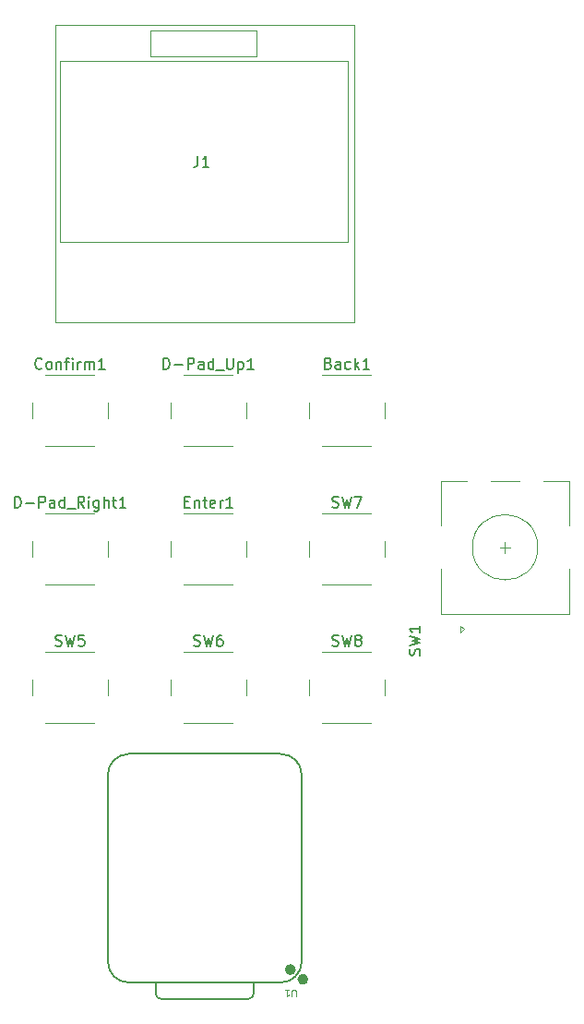
<source format=gbr>
%TF.GenerationSoftware,KiCad,Pcbnew,9.0.1*%
%TF.CreationDate,2025-06-15T22:50:49-06:00*%
%TF.ProjectId,AuraCTRL PCB,41757261-4354-4524-9c20-5043422e6b69,rev?*%
%TF.SameCoordinates,Original*%
%TF.FileFunction,Legend,Top*%
%TF.FilePolarity,Positive*%
%FSLAX46Y46*%
G04 Gerber Fmt 4.6, Leading zero omitted, Abs format (unit mm)*
G04 Created by KiCad (PCBNEW 9.0.1) date 2025-06-15 22:50:49*
%MOMM*%
%LPD*%
G01*
G04 APERTURE LIST*
%ADD10C,0.150000*%
%ADD11C,0.101600*%
%ADD12C,0.120000*%
%ADD13C,0.127000*%
%ADD14C,0.100000*%
%ADD15C,0.504000*%
G04 APERTURE END LIST*
D10*
X98079523Y-109981009D02*
X98222380Y-110028628D01*
X98222380Y-110028628D02*
X98269999Y-110076247D01*
X98269999Y-110076247D02*
X98317618Y-110171485D01*
X98317618Y-110171485D02*
X98317618Y-110314342D01*
X98317618Y-110314342D02*
X98269999Y-110409580D01*
X98269999Y-110409580D02*
X98222380Y-110457200D01*
X98222380Y-110457200D02*
X98127142Y-110504819D01*
X98127142Y-110504819D02*
X97746190Y-110504819D01*
X97746190Y-110504819D02*
X97746190Y-109504819D01*
X97746190Y-109504819D02*
X98079523Y-109504819D01*
X98079523Y-109504819D02*
X98174761Y-109552438D01*
X98174761Y-109552438D02*
X98222380Y-109600057D01*
X98222380Y-109600057D02*
X98269999Y-109695295D01*
X98269999Y-109695295D02*
X98269999Y-109790533D01*
X98269999Y-109790533D02*
X98222380Y-109885771D01*
X98222380Y-109885771D02*
X98174761Y-109933390D01*
X98174761Y-109933390D02*
X98079523Y-109981009D01*
X98079523Y-109981009D02*
X97746190Y-109981009D01*
X99174761Y-110504819D02*
X99174761Y-109981009D01*
X99174761Y-109981009D02*
X99127142Y-109885771D01*
X99127142Y-109885771D02*
X99031904Y-109838152D01*
X99031904Y-109838152D02*
X98841428Y-109838152D01*
X98841428Y-109838152D02*
X98746190Y-109885771D01*
X99174761Y-110457200D02*
X99079523Y-110504819D01*
X99079523Y-110504819D02*
X98841428Y-110504819D01*
X98841428Y-110504819D02*
X98746190Y-110457200D01*
X98746190Y-110457200D02*
X98698571Y-110361961D01*
X98698571Y-110361961D02*
X98698571Y-110266723D01*
X98698571Y-110266723D02*
X98746190Y-110171485D01*
X98746190Y-110171485D02*
X98841428Y-110123866D01*
X98841428Y-110123866D02*
X99079523Y-110123866D01*
X99079523Y-110123866D02*
X99174761Y-110076247D01*
X100079523Y-110457200D02*
X99984285Y-110504819D01*
X99984285Y-110504819D02*
X99793809Y-110504819D01*
X99793809Y-110504819D02*
X99698571Y-110457200D01*
X99698571Y-110457200D02*
X99650952Y-110409580D01*
X99650952Y-110409580D02*
X99603333Y-110314342D01*
X99603333Y-110314342D02*
X99603333Y-110028628D01*
X99603333Y-110028628D02*
X99650952Y-109933390D01*
X99650952Y-109933390D02*
X99698571Y-109885771D01*
X99698571Y-109885771D02*
X99793809Y-109838152D01*
X99793809Y-109838152D02*
X99984285Y-109838152D01*
X99984285Y-109838152D02*
X100079523Y-109885771D01*
X100508095Y-110504819D02*
X100508095Y-109504819D01*
X100603333Y-110123866D02*
X100889047Y-110504819D01*
X100889047Y-109838152D02*
X100508095Y-110219104D01*
X101841428Y-110504819D02*
X101270000Y-110504819D01*
X101555714Y-110504819D02*
X101555714Y-109504819D01*
X101555714Y-109504819D02*
X101460476Y-109647676D01*
X101460476Y-109647676D02*
X101365238Y-109742914D01*
X101365238Y-109742914D02*
X101270000Y-109790533D01*
X71798571Y-110409580D02*
X71750952Y-110457200D01*
X71750952Y-110457200D02*
X71608095Y-110504819D01*
X71608095Y-110504819D02*
X71512857Y-110504819D01*
X71512857Y-110504819D02*
X71370000Y-110457200D01*
X71370000Y-110457200D02*
X71274762Y-110361961D01*
X71274762Y-110361961D02*
X71227143Y-110266723D01*
X71227143Y-110266723D02*
X71179524Y-110076247D01*
X71179524Y-110076247D02*
X71179524Y-109933390D01*
X71179524Y-109933390D02*
X71227143Y-109742914D01*
X71227143Y-109742914D02*
X71274762Y-109647676D01*
X71274762Y-109647676D02*
X71370000Y-109552438D01*
X71370000Y-109552438D02*
X71512857Y-109504819D01*
X71512857Y-109504819D02*
X71608095Y-109504819D01*
X71608095Y-109504819D02*
X71750952Y-109552438D01*
X71750952Y-109552438D02*
X71798571Y-109600057D01*
X72370000Y-110504819D02*
X72274762Y-110457200D01*
X72274762Y-110457200D02*
X72227143Y-110409580D01*
X72227143Y-110409580D02*
X72179524Y-110314342D01*
X72179524Y-110314342D02*
X72179524Y-110028628D01*
X72179524Y-110028628D02*
X72227143Y-109933390D01*
X72227143Y-109933390D02*
X72274762Y-109885771D01*
X72274762Y-109885771D02*
X72370000Y-109838152D01*
X72370000Y-109838152D02*
X72512857Y-109838152D01*
X72512857Y-109838152D02*
X72608095Y-109885771D01*
X72608095Y-109885771D02*
X72655714Y-109933390D01*
X72655714Y-109933390D02*
X72703333Y-110028628D01*
X72703333Y-110028628D02*
X72703333Y-110314342D01*
X72703333Y-110314342D02*
X72655714Y-110409580D01*
X72655714Y-110409580D02*
X72608095Y-110457200D01*
X72608095Y-110457200D02*
X72512857Y-110504819D01*
X72512857Y-110504819D02*
X72370000Y-110504819D01*
X73131905Y-109838152D02*
X73131905Y-110504819D01*
X73131905Y-109933390D02*
X73179524Y-109885771D01*
X73179524Y-109885771D02*
X73274762Y-109838152D01*
X73274762Y-109838152D02*
X73417619Y-109838152D01*
X73417619Y-109838152D02*
X73512857Y-109885771D01*
X73512857Y-109885771D02*
X73560476Y-109981009D01*
X73560476Y-109981009D02*
X73560476Y-110504819D01*
X73893810Y-109838152D02*
X74274762Y-109838152D01*
X74036667Y-110504819D02*
X74036667Y-109647676D01*
X74036667Y-109647676D02*
X74084286Y-109552438D01*
X74084286Y-109552438D02*
X74179524Y-109504819D01*
X74179524Y-109504819D02*
X74274762Y-109504819D01*
X74608096Y-110504819D02*
X74608096Y-109838152D01*
X74608096Y-109504819D02*
X74560477Y-109552438D01*
X74560477Y-109552438D02*
X74608096Y-109600057D01*
X74608096Y-109600057D02*
X74655715Y-109552438D01*
X74655715Y-109552438D02*
X74608096Y-109504819D01*
X74608096Y-109504819D02*
X74608096Y-109600057D01*
X75084286Y-110504819D02*
X75084286Y-109838152D01*
X75084286Y-110028628D02*
X75131905Y-109933390D01*
X75131905Y-109933390D02*
X75179524Y-109885771D01*
X75179524Y-109885771D02*
X75274762Y-109838152D01*
X75274762Y-109838152D02*
X75370000Y-109838152D01*
X75703334Y-110504819D02*
X75703334Y-109838152D01*
X75703334Y-109933390D02*
X75750953Y-109885771D01*
X75750953Y-109885771D02*
X75846191Y-109838152D01*
X75846191Y-109838152D02*
X75989048Y-109838152D01*
X75989048Y-109838152D02*
X76084286Y-109885771D01*
X76084286Y-109885771D02*
X76131905Y-109981009D01*
X76131905Y-109981009D02*
X76131905Y-110504819D01*
X76131905Y-109981009D02*
X76179524Y-109885771D01*
X76179524Y-109885771D02*
X76274762Y-109838152D01*
X76274762Y-109838152D02*
X76417619Y-109838152D01*
X76417619Y-109838152D02*
X76512858Y-109885771D01*
X76512858Y-109885771D02*
X76560477Y-109981009D01*
X76560477Y-109981009D02*
X76560477Y-110504819D01*
X77560476Y-110504819D02*
X76989048Y-110504819D01*
X77274762Y-110504819D02*
X77274762Y-109504819D01*
X77274762Y-109504819D02*
X77179524Y-109647676D01*
X77179524Y-109647676D02*
X77084286Y-109742914D01*
X77084286Y-109742914D02*
X76989048Y-109790533D01*
X82950952Y-110504819D02*
X82950952Y-109504819D01*
X82950952Y-109504819D02*
X83189047Y-109504819D01*
X83189047Y-109504819D02*
X83331904Y-109552438D01*
X83331904Y-109552438D02*
X83427142Y-109647676D01*
X83427142Y-109647676D02*
X83474761Y-109742914D01*
X83474761Y-109742914D02*
X83522380Y-109933390D01*
X83522380Y-109933390D02*
X83522380Y-110076247D01*
X83522380Y-110076247D02*
X83474761Y-110266723D01*
X83474761Y-110266723D02*
X83427142Y-110361961D01*
X83427142Y-110361961D02*
X83331904Y-110457200D01*
X83331904Y-110457200D02*
X83189047Y-110504819D01*
X83189047Y-110504819D02*
X82950952Y-110504819D01*
X83950952Y-110123866D02*
X84712857Y-110123866D01*
X85189047Y-110504819D02*
X85189047Y-109504819D01*
X85189047Y-109504819D02*
X85569999Y-109504819D01*
X85569999Y-109504819D02*
X85665237Y-109552438D01*
X85665237Y-109552438D02*
X85712856Y-109600057D01*
X85712856Y-109600057D02*
X85760475Y-109695295D01*
X85760475Y-109695295D02*
X85760475Y-109838152D01*
X85760475Y-109838152D02*
X85712856Y-109933390D01*
X85712856Y-109933390D02*
X85665237Y-109981009D01*
X85665237Y-109981009D02*
X85569999Y-110028628D01*
X85569999Y-110028628D02*
X85189047Y-110028628D01*
X86617618Y-110504819D02*
X86617618Y-109981009D01*
X86617618Y-109981009D02*
X86569999Y-109885771D01*
X86569999Y-109885771D02*
X86474761Y-109838152D01*
X86474761Y-109838152D02*
X86284285Y-109838152D01*
X86284285Y-109838152D02*
X86189047Y-109885771D01*
X86617618Y-110457200D02*
X86522380Y-110504819D01*
X86522380Y-110504819D02*
X86284285Y-110504819D01*
X86284285Y-110504819D02*
X86189047Y-110457200D01*
X86189047Y-110457200D02*
X86141428Y-110361961D01*
X86141428Y-110361961D02*
X86141428Y-110266723D01*
X86141428Y-110266723D02*
X86189047Y-110171485D01*
X86189047Y-110171485D02*
X86284285Y-110123866D01*
X86284285Y-110123866D02*
X86522380Y-110123866D01*
X86522380Y-110123866D02*
X86617618Y-110076247D01*
X87522380Y-110504819D02*
X87522380Y-109504819D01*
X87522380Y-110457200D02*
X87427142Y-110504819D01*
X87427142Y-110504819D02*
X87236666Y-110504819D01*
X87236666Y-110504819D02*
X87141428Y-110457200D01*
X87141428Y-110457200D02*
X87093809Y-110409580D01*
X87093809Y-110409580D02*
X87046190Y-110314342D01*
X87046190Y-110314342D02*
X87046190Y-110028628D01*
X87046190Y-110028628D02*
X87093809Y-109933390D01*
X87093809Y-109933390D02*
X87141428Y-109885771D01*
X87141428Y-109885771D02*
X87236666Y-109838152D01*
X87236666Y-109838152D02*
X87427142Y-109838152D01*
X87427142Y-109838152D02*
X87522380Y-109885771D01*
X87760476Y-110600057D02*
X88522380Y-110600057D01*
X88760476Y-109504819D02*
X88760476Y-110314342D01*
X88760476Y-110314342D02*
X88808095Y-110409580D01*
X88808095Y-110409580D02*
X88855714Y-110457200D01*
X88855714Y-110457200D02*
X88950952Y-110504819D01*
X88950952Y-110504819D02*
X89141428Y-110504819D01*
X89141428Y-110504819D02*
X89236666Y-110457200D01*
X89236666Y-110457200D02*
X89284285Y-110409580D01*
X89284285Y-110409580D02*
X89331904Y-110314342D01*
X89331904Y-110314342D02*
X89331904Y-109504819D01*
X89808095Y-109838152D02*
X89808095Y-110838152D01*
X89808095Y-109885771D02*
X89903333Y-109838152D01*
X89903333Y-109838152D02*
X90093809Y-109838152D01*
X90093809Y-109838152D02*
X90189047Y-109885771D01*
X90189047Y-109885771D02*
X90236666Y-109933390D01*
X90236666Y-109933390D02*
X90284285Y-110028628D01*
X90284285Y-110028628D02*
X90284285Y-110314342D01*
X90284285Y-110314342D02*
X90236666Y-110409580D01*
X90236666Y-110409580D02*
X90189047Y-110457200D01*
X90189047Y-110457200D02*
X90093809Y-110504819D01*
X90093809Y-110504819D02*
X89903333Y-110504819D01*
X89903333Y-110504819D02*
X89808095Y-110457200D01*
X91236666Y-110504819D02*
X90665238Y-110504819D01*
X90950952Y-110504819D02*
X90950952Y-109504819D01*
X90950952Y-109504819D02*
X90855714Y-109647676D01*
X90855714Y-109647676D02*
X90760476Y-109742914D01*
X90760476Y-109742914D02*
X90665238Y-109790533D01*
X98436667Y-123157200D02*
X98579524Y-123204819D01*
X98579524Y-123204819D02*
X98817619Y-123204819D01*
X98817619Y-123204819D02*
X98912857Y-123157200D01*
X98912857Y-123157200D02*
X98960476Y-123109580D01*
X98960476Y-123109580D02*
X99008095Y-123014342D01*
X99008095Y-123014342D02*
X99008095Y-122919104D01*
X99008095Y-122919104D02*
X98960476Y-122823866D01*
X98960476Y-122823866D02*
X98912857Y-122776247D01*
X98912857Y-122776247D02*
X98817619Y-122728628D01*
X98817619Y-122728628D02*
X98627143Y-122681009D01*
X98627143Y-122681009D02*
X98531905Y-122633390D01*
X98531905Y-122633390D02*
X98484286Y-122585771D01*
X98484286Y-122585771D02*
X98436667Y-122490533D01*
X98436667Y-122490533D02*
X98436667Y-122395295D01*
X98436667Y-122395295D02*
X98484286Y-122300057D01*
X98484286Y-122300057D02*
X98531905Y-122252438D01*
X98531905Y-122252438D02*
X98627143Y-122204819D01*
X98627143Y-122204819D02*
X98865238Y-122204819D01*
X98865238Y-122204819D02*
X99008095Y-122252438D01*
X99341429Y-122204819D02*
X99579524Y-123204819D01*
X99579524Y-123204819D02*
X99770000Y-122490533D01*
X99770000Y-122490533D02*
X99960476Y-123204819D01*
X99960476Y-123204819D02*
X100198572Y-122204819D01*
X100484286Y-122204819D02*
X101150952Y-122204819D01*
X101150952Y-122204819D02*
X100722381Y-123204819D01*
X84903333Y-122681009D02*
X85236666Y-122681009D01*
X85379523Y-123204819D02*
X84903333Y-123204819D01*
X84903333Y-123204819D02*
X84903333Y-122204819D01*
X84903333Y-122204819D02*
X85379523Y-122204819D01*
X85808095Y-122538152D02*
X85808095Y-123204819D01*
X85808095Y-122633390D02*
X85855714Y-122585771D01*
X85855714Y-122585771D02*
X85950952Y-122538152D01*
X85950952Y-122538152D02*
X86093809Y-122538152D01*
X86093809Y-122538152D02*
X86189047Y-122585771D01*
X86189047Y-122585771D02*
X86236666Y-122681009D01*
X86236666Y-122681009D02*
X86236666Y-123204819D01*
X86570000Y-122538152D02*
X86950952Y-122538152D01*
X86712857Y-122204819D02*
X86712857Y-123061961D01*
X86712857Y-123061961D02*
X86760476Y-123157200D01*
X86760476Y-123157200D02*
X86855714Y-123204819D01*
X86855714Y-123204819D02*
X86950952Y-123204819D01*
X87665238Y-123157200D02*
X87570000Y-123204819D01*
X87570000Y-123204819D02*
X87379524Y-123204819D01*
X87379524Y-123204819D02*
X87284286Y-123157200D01*
X87284286Y-123157200D02*
X87236667Y-123061961D01*
X87236667Y-123061961D02*
X87236667Y-122681009D01*
X87236667Y-122681009D02*
X87284286Y-122585771D01*
X87284286Y-122585771D02*
X87379524Y-122538152D01*
X87379524Y-122538152D02*
X87570000Y-122538152D01*
X87570000Y-122538152D02*
X87665238Y-122585771D01*
X87665238Y-122585771D02*
X87712857Y-122681009D01*
X87712857Y-122681009D02*
X87712857Y-122776247D01*
X87712857Y-122776247D02*
X87236667Y-122871485D01*
X88141429Y-123204819D02*
X88141429Y-122538152D01*
X88141429Y-122728628D02*
X88189048Y-122633390D01*
X88189048Y-122633390D02*
X88236667Y-122585771D01*
X88236667Y-122585771D02*
X88331905Y-122538152D01*
X88331905Y-122538152D02*
X88427143Y-122538152D01*
X89284286Y-123204819D02*
X88712858Y-123204819D01*
X88998572Y-123204819D02*
X88998572Y-122204819D01*
X88998572Y-122204819D02*
X88903334Y-122347676D01*
X88903334Y-122347676D02*
X88808096Y-122442914D01*
X88808096Y-122442914D02*
X88712858Y-122490533D01*
X69298571Y-123204819D02*
X69298571Y-122204819D01*
X69298571Y-122204819D02*
X69536666Y-122204819D01*
X69536666Y-122204819D02*
X69679523Y-122252438D01*
X69679523Y-122252438D02*
X69774761Y-122347676D01*
X69774761Y-122347676D02*
X69822380Y-122442914D01*
X69822380Y-122442914D02*
X69869999Y-122633390D01*
X69869999Y-122633390D02*
X69869999Y-122776247D01*
X69869999Y-122776247D02*
X69822380Y-122966723D01*
X69822380Y-122966723D02*
X69774761Y-123061961D01*
X69774761Y-123061961D02*
X69679523Y-123157200D01*
X69679523Y-123157200D02*
X69536666Y-123204819D01*
X69536666Y-123204819D02*
X69298571Y-123204819D01*
X70298571Y-122823866D02*
X71060476Y-122823866D01*
X71536666Y-123204819D02*
X71536666Y-122204819D01*
X71536666Y-122204819D02*
X71917618Y-122204819D01*
X71917618Y-122204819D02*
X72012856Y-122252438D01*
X72012856Y-122252438D02*
X72060475Y-122300057D01*
X72060475Y-122300057D02*
X72108094Y-122395295D01*
X72108094Y-122395295D02*
X72108094Y-122538152D01*
X72108094Y-122538152D02*
X72060475Y-122633390D01*
X72060475Y-122633390D02*
X72012856Y-122681009D01*
X72012856Y-122681009D02*
X71917618Y-122728628D01*
X71917618Y-122728628D02*
X71536666Y-122728628D01*
X72965237Y-123204819D02*
X72965237Y-122681009D01*
X72965237Y-122681009D02*
X72917618Y-122585771D01*
X72917618Y-122585771D02*
X72822380Y-122538152D01*
X72822380Y-122538152D02*
X72631904Y-122538152D01*
X72631904Y-122538152D02*
X72536666Y-122585771D01*
X72965237Y-123157200D02*
X72869999Y-123204819D01*
X72869999Y-123204819D02*
X72631904Y-123204819D01*
X72631904Y-123204819D02*
X72536666Y-123157200D01*
X72536666Y-123157200D02*
X72489047Y-123061961D01*
X72489047Y-123061961D02*
X72489047Y-122966723D01*
X72489047Y-122966723D02*
X72536666Y-122871485D01*
X72536666Y-122871485D02*
X72631904Y-122823866D01*
X72631904Y-122823866D02*
X72869999Y-122823866D01*
X72869999Y-122823866D02*
X72965237Y-122776247D01*
X73869999Y-123204819D02*
X73869999Y-122204819D01*
X73869999Y-123157200D02*
X73774761Y-123204819D01*
X73774761Y-123204819D02*
X73584285Y-123204819D01*
X73584285Y-123204819D02*
X73489047Y-123157200D01*
X73489047Y-123157200D02*
X73441428Y-123109580D01*
X73441428Y-123109580D02*
X73393809Y-123014342D01*
X73393809Y-123014342D02*
X73393809Y-122728628D01*
X73393809Y-122728628D02*
X73441428Y-122633390D01*
X73441428Y-122633390D02*
X73489047Y-122585771D01*
X73489047Y-122585771D02*
X73584285Y-122538152D01*
X73584285Y-122538152D02*
X73774761Y-122538152D01*
X73774761Y-122538152D02*
X73869999Y-122585771D01*
X74108095Y-123300057D02*
X74869999Y-123300057D01*
X75679523Y-123204819D02*
X75346190Y-122728628D01*
X75108095Y-123204819D02*
X75108095Y-122204819D01*
X75108095Y-122204819D02*
X75489047Y-122204819D01*
X75489047Y-122204819D02*
X75584285Y-122252438D01*
X75584285Y-122252438D02*
X75631904Y-122300057D01*
X75631904Y-122300057D02*
X75679523Y-122395295D01*
X75679523Y-122395295D02*
X75679523Y-122538152D01*
X75679523Y-122538152D02*
X75631904Y-122633390D01*
X75631904Y-122633390D02*
X75584285Y-122681009D01*
X75584285Y-122681009D02*
X75489047Y-122728628D01*
X75489047Y-122728628D02*
X75108095Y-122728628D01*
X76108095Y-123204819D02*
X76108095Y-122538152D01*
X76108095Y-122204819D02*
X76060476Y-122252438D01*
X76060476Y-122252438D02*
X76108095Y-122300057D01*
X76108095Y-122300057D02*
X76155714Y-122252438D01*
X76155714Y-122252438D02*
X76108095Y-122204819D01*
X76108095Y-122204819D02*
X76108095Y-122300057D01*
X77012856Y-122538152D02*
X77012856Y-123347676D01*
X77012856Y-123347676D02*
X76965237Y-123442914D01*
X76965237Y-123442914D02*
X76917618Y-123490533D01*
X76917618Y-123490533D02*
X76822380Y-123538152D01*
X76822380Y-123538152D02*
X76679523Y-123538152D01*
X76679523Y-123538152D02*
X76584285Y-123490533D01*
X77012856Y-123157200D02*
X76917618Y-123204819D01*
X76917618Y-123204819D02*
X76727142Y-123204819D01*
X76727142Y-123204819D02*
X76631904Y-123157200D01*
X76631904Y-123157200D02*
X76584285Y-123109580D01*
X76584285Y-123109580D02*
X76536666Y-123014342D01*
X76536666Y-123014342D02*
X76536666Y-122728628D01*
X76536666Y-122728628D02*
X76584285Y-122633390D01*
X76584285Y-122633390D02*
X76631904Y-122585771D01*
X76631904Y-122585771D02*
X76727142Y-122538152D01*
X76727142Y-122538152D02*
X76917618Y-122538152D01*
X76917618Y-122538152D02*
X77012856Y-122585771D01*
X77489047Y-123204819D02*
X77489047Y-122204819D01*
X77917618Y-123204819D02*
X77917618Y-122681009D01*
X77917618Y-122681009D02*
X77869999Y-122585771D01*
X77869999Y-122585771D02*
X77774761Y-122538152D01*
X77774761Y-122538152D02*
X77631904Y-122538152D01*
X77631904Y-122538152D02*
X77536666Y-122585771D01*
X77536666Y-122585771D02*
X77489047Y-122633390D01*
X78250952Y-122538152D02*
X78631904Y-122538152D01*
X78393809Y-122204819D02*
X78393809Y-123061961D01*
X78393809Y-123061961D02*
X78441428Y-123157200D01*
X78441428Y-123157200D02*
X78536666Y-123204819D01*
X78536666Y-123204819D02*
X78631904Y-123204819D01*
X79489047Y-123204819D02*
X78917619Y-123204819D01*
X79203333Y-123204819D02*
X79203333Y-122204819D01*
X79203333Y-122204819D02*
X79108095Y-122347676D01*
X79108095Y-122347676D02*
X79012857Y-122442914D01*
X79012857Y-122442914D02*
X78917619Y-122490533D01*
X98436667Y-135857200D02*
X98579524Y-135904819D01*
X98579524Y-135904819D02*
X98817619Y-135904819D01*
X98817619Y-135904819D02*
X98912857Y-135857200D01*
X98912857Y-135857200D02*
X98960476Y-135809580D01*
X98960476Y-135809580D02*
X99008095Y-135714342D01*
X99008095Y-135714342D02*
X99008095Y-135619104D01*
X99008095Y-135619104D02*
X98960476Y-135523866D01*
X98960476Y-135523866D02*
X98912857Y-135476247D01*
X98912857Y-135476247D02*
X98817619Y-135428628D01*
X98817619Y-135428628D02*
X98627143Y-135381009D01*
X98627143Y-135381009D02*
X98531905Y-135333390D01*
X98531905Y-135333390D02*
X98484286Y-135285771D01*
X98484286Y-135285771D02*
X98436667Y-135190533D01*
X98436667Y-135190533D02*
X98436667Y-135095295D01*
X98436667Y-135095295D02*
X98484286Y-135000057D01*
X98484286Y-135000057D02*
X98531905Y-134952438D01*
X98531905Y-134952438D02*
X98627143Y-134904819D01*
X98627143Y-134904819D02*
X98865238Y-134904819D01*
X98865238Y-134904819D02*
X99008095Y-134952438D01*
X99341429Y-134904819D02*
X99579524Y-135904819D01*
X99579524Y-135904819D02*
X99770000Y-135190533D01*
X99770000Y-135190533D02*
X99960476Y-135904819D01*
X99960476Y-135904819D02*
X100198572Y-134904819D01*
X100722381Y-135333390D02*
X100627143Y-135285771D01*
X100627143Y-135285771D02*
X100579524Y-135238152D01*
X100579524Y-135238152D02*
X100531905Y-135142914D01*
X100531905Y-135142914D02*
X100531905Y-135095295D01*
X100531905Y-135095295D02*
X100579524Y-135000057D01*
X100579524Y-135000057D02*
X100627143Y-134952438D01*
X100627143Y-134952438D02*
X100722381Y-134904819D01*
X100722381Y-134904819D02*
X100912857Y-134904819D01*
X100912857Y-134904819D02*
X101008095Y-134952438D01*
X101008095Y-134952438D02*
X101055714Y-135000057D01*
X101055714Y-135000057D02*
X101103333Y-135095295D01*
X101103333Y-135095295D02*
X101103333Y-135142914D01*
X101103333Y-135142914D02*
X101055714Y-135238152D01*
X101055714Y-135238152D02*
X101008095Y-135285771D01*
X101008095Y-135285771D02*
X100912857Y-135333390D01*
X100912857Y-135333390D02*
X100722381Y-135333390D01*
X100722381Y-135333390D02*
X100627143Y-135381009D01*
X100627143Y-135381009D02*
X100579524Y-135428628D01*
X100579524Y-135428628D02*
X100531905Y-135523866D01*
X100531905Y-135523866D02*
X100531905Y-135714342D01*
X100531905Y-135714342D02*
X100579524Y-135809580D01*
X100579524Y-135809580D02*
X100627143Y-135857200D01*
X100627143Y-135857200D02*
X100722381Y-135904819D01*
X100722381Y-135904819D02*
X100912857Y-135904819D01*
X100912857Y-135904819D02*
X101008095Y-135857200D01*
X101008095Y-135857200D02*
X101055714Y-135809580D01*
X101055714Y-135809580D02*
X101103333Y-135714342D01*
X101103333Y-135714342D02*
X101103333Y-135523866D01*
X101103333Y-135523866D02*
X101055714Y-135428628D01*
X101055714Y-135428628D02*
X101008095Y-135381009D01*
X101008095Y-135381009D02*
X100912857Y-135333390D01*
X73036667Y-135857200D02*
X73179524Y-135904819D01*
X73179524Y-135904819D02*
X73417619Y-135904819D01*
X73417619Y-135904819D02*
X73512857Y-135857200D01*
X73512857Y-135857200D02*
X73560476Y-135809580D01*
X73560476Y-135809580D02*
X73608095Y-135714342D01*
X73608095Y-135714342D02*
X73608095Y-135619104D01*
X73608095Y-135619104D02*
X73560476Y-135523866D01*
X73560476Y-135523866D02*
X73512857Y-135476247D01*
X73512857Y-135476247D02*
X73417619Y-135428628D01*
X73417619Y-135428628D02*
X73227143Y-135381009D01*
X73227143Y-135381009D02*
X73131905Y-135333390D01*
X73131905Y-135333390D02*
X73084286Y-135285771D01*
X73084286Y-135285771D02*
X73036667Y-135190533D01*
X73036667Y-135190533D02*
X73036667Y-135095295D01*
X73036667Y-135095295D02*
X73084286Y-135000057D01*
X73084286Y-135000057D02*
X73131905Y-134952438D01*
X73131905Y-134952438D02*
X73227143Y-134904819D01*
X73227143Y-134904819D02*
X73465238Y-134904819D01*
X73465238Y-134904819D02*
X73608095Y-134952438D01*
X73941429Y-134904819D02*
X74179524Y-135904819D01*
X74179524Y-135904819D02*
X74370000Y-135190533D01*
X74370000Y-135190533D02*
X74560476Y-135904819D01*
X74560476Y-135904819D02*
X74798572Y-134904819D01*
X75655714Y-134904819D02*
X75179524Y-134904819D01*
X75179524Y-134904819D02*
X75131905Y-135381009D01*
X75131905Y-135381009D02*
X75179524Y-135333390D01*
X75179524Y-135333390D02*
X75274762Y-135285771D01*
X75274762Y-135285771D02*
X75512857Y-135285771D01*
X75512857Y-135285771D02*
X75608095Y-135333390D01*
X75608095Y-135333390D02*
X75655714Y-135381009D01*
X75655714Y-135381009D02*
X75703333Y-135476247D01*
X75703333Y-135476247D02*
X75703333Y-135714342D01*
X75703333Y-135714342D02*
X75655714Y-135809580D01*
X75655714Y-135809580D02*
X75608095Y-135857200D01*
X75608095Y-135857200D02*
X75512857Y-135904819D01*
X75512857Y-135904819D02*
X75274762Y-135904819D01*
X75274762Y-135904819D02*
X75179524Y-135857200D01*
X75179524Y-135857200D02*
X75131905Y-135809580D01*
X85736667Y-135857200D02*
X85879524Y-135904819D01*
X85879524Y-135904819D02*
X86117619Y-135904819D01*
X86117619Y-135904819D02*
X86212857Y-135857200D01*
X86212857Y-135857200D02*
X86260476Y-135809580D01*
X86260476Y-135809580D02*
X86308095Y-135714342D01*
X86308095Y-135714342D02*
X86308095Y-135619104D01*
X86308095Y-135619104D02*
X86260476Y-135523866D01*
X86260476Y-135523866D02*
X86212857Y-135476247D01*
X86212857Y-135476247D02*
X86117619Y-135428628D01*
X86117619Y-135428628D02*
X85927143Y-135381009D01*
X85927143Y-135381009D02*
X85831905Y-135333390D01*
X85831905Y-135333390D02*
X85784286Y-135285771D01*
X85784286Y-135285771D02*
X85736667Y-135190533D01*
X85736667Y-135190533D02*
X85736667Y-135095295D01*
X85736667Y-135095295D02*
X85784286Y-135000057D01*
X85784286Y-135000057D02*
X85831905Y-134952438D01*
X85831905Y-134952438D02*
X85927143Y-134904819D01*
X85927143Y-134904819D02*
X86165238Y-134904819D01*
X86165238Y-134904819D02*
X86308095Y-134952438D01*
X86641429Y-134904819D02*
X86879524Y-135904819D01*
X86879524Y-135904819D02*
X87070000Y-135190533D01*
X87070000Y-135190533D02*
X87260476Y-135904819D01*
X87260476Y-135904819D02*
X87498572Y-134904819D01*
X88308095Y-134904819D02*
X88117619Y-134904819D01*
X88117619Y-134904819D02*
X88022381Y-134952438D01*
X88022381Y-134952438D02*
X87974762Y-135000057D01*
X87974762Y-135000057D02*
X87879524Y-135142914D01*
X87879524Y-135142914D02*
X87831905Y-135333390D01*
X87831905Y-135333390D02*
X87831905Y-135714342D01*
X87831905Y-135714342D02*
X87879524Y-135809580D01*
X87879524Y-135809580D02*
X87927143Y-135857200D01*
X87927143Y-135857200D02*
X88022381Y-135904819D01*
X88022381Y-135904819D02*
X88212857Y-135904819D01*
X88212857Y-135904819D02*
X88308095Y-135857200D01*
X88308095Y-135857200D02*
X88355714Y-135809580D01*
X88355714Y-135809580D02*
X88403333Y-135714342D01*
X88403333Y-135714342D02*
X88403333Y-135476247D01*
X88403333Y-135476247D02*
X88355714Y-135381009D01*
X88355714Y-135381009D02*
X88308095Y-135333390D01*
X88308095Y-135333390D02*
X88212857Y-135285771D01*
X88212857Y-135285771D02*
X88022381Y-135285771D01*
X88022381Y-135285771D02*
X87927143Y-135333390D01*
X87927143Y-135333390D02*
X87879524Y-135381009D01*
X87879524Y-135381009D02*
X87831905Y-135476247D01*
X86106904Y-90953819D02*
X86106904Y-91668104D01*
X86106904Y-91668104D02*
X86059285Y-91810961D01*
X86059285Y-91810961D02*
X85964047Y-91906200D01*
X85964047Y-91906200D02*
X85821190Y-91953819D01*
X85821190Y-91953819D02*
X85725952Y-91953819D01*
X87106904Y-91953819D02*
X86535476Y-91953819D01*
X86821190Y-91953819D02*
X86821190Y-90953819D01*
X86821190Y-90953819D02*
X86725952Y-91096676D01*
X86725952Y-91096676D02*
X86630714Y-91191914D01*
X86630714Y-91191914D02*
X86535476Y-91239533D01*
X106455200Y-136745332D02*
X106502819Y-136602475D01*
X106502819Y-136602475D02*
X106502819Y-136364380D01*
X106502819Y-136364380D02*
X106455200Y-136269142D01*
X106455200Y-136269142D02*
X106407580Y-136221523D01*
X106407580Y-136221523D02*
X106312342Y-136173904D01*
X106312342Y-136173904D02*
X106217104Y-136173904D01*
X106217104Y-136173904D02*
X106121866Y-136221523D01*
X106121866Y-136221523D02*
X106074247Y-136269142D01*
X106074247Y-136269142D02*
X106026628Y-136364380D01*
X106026628Y-136364380D02*
X105979009Y-136554856D01*
X105979009Y-136554856D02*
X105931390Y-136650094D01*
X105931390Y-136650094D02*
X105883771Y-136697713D01*
X105883771Y-136697713D02*
X105788533Y-136745332D01*
X105788533Y-136745332D02*
X105693295Y-136745332D01*
X105693295Y-136745332D02*
X105598057Y-136697713D01*
X105598057Y-136697713D02*
X105550438Y-136650094D01*
X105550438Y-136650094D02*
X105502819Y-136554856D01*
X105502819Y-136554856D02*
X105502819Y-136316761D01*
X105502819Y-136316761D02*
X105550438Y-136173904D01*
X105502819Y-135840570D02*
X106502819Y-135602475D01*
X106502819Y-135602475D02*
X105788533Y-135411999D01*
X105788533Y-135411999D02*
X106502819Y-135221523D01*
X106502819Y-135221523D02*
X105502819Y-134983428D01*
X106502819Y-134078666D02*
X106502819Y-134650094D01*
X106502819Y-134364380D02*
X105502819Y-134364380D01*
X105502819Y-134364380D02*
X105645676Y-134459618D01*
X105645676Y-134459618D02*
X105740914Y-134554856D01*
X105740914Y-134554856D02*
X105788533Y-134650094D01*
D11*
X95104047Y-168056520D02*
X95104047Y-167542473D01*
X95104047Y-167542473D02*
X95073809Y-167481997D01*
X95073809Y-167481997D02*
X95043571Y-167451759D01*
X95043571Y-167451759D02*
X94983095Y-167421520D01*
X94983095Y-167421520D02*
X94862142Y-167421520D01*
X94862142Y-167421520D02*
X94801666Y-167451759D01*
X94801666Y-167451759D02*
X94771428Y-167481997D01*
X94771428Y-167481997D02*
X94741190Y-167542473D01*
X94741190Y-167542473D02*
X94741190Y-168056520D01*
X94106190Y-167421520D02*
X94469047Y-167421520D01*
X94287619Y-167421520D02*
X94287619Y-168056520D01*
X94287619Y-168056520D02*
X94348095Y-167965806D01*
X94348095Y-167965806D02*
X94408571Y-167905330D01*
X94408571Y-167905330D02*
X94469047Y-167875092D01*
D12*
%TO.C,Back1*%
X103270000Y-115050000D02*
X103270000Y-113550000D01*
X102020000Y-111050000D02*
X97520000Y-111050000D01*
X97520000Y-117550000D02*
X102020000Y-117550000D01*
X96270000Y-113550000D02*
X96270000Y-115050000D01*
%TO.C,Confirm1*%
X77870000Y-115050000D02*
X77870000Y-113550000D01*
X76620000Y-111050000D02*
X72120000Y-111050000D01*
X72120000Y-117550000D02*
X76620000Y-117550000D01*
X70870000Y-113550000D02*
X70870000Y-115050000D01*
%TO.C,D-Pad_Up1*%
X90570000Y-115050000D02*
X90570000Y-113550000D01*
X89320000Y-111050000D02*
X84820000Y-111050000D01*
X84820000Y-117550000D02*
X89320000Y-117550000D01*
X83570000Y-113550000D02*
X83570000Y-115050000D01*
%TO.C,SW7*%
X103270000Y-127750000D02*
X103270000Y-126250000D01*
X102020000Y-123750000D02*
X97520000Y-123750000D01*
X97520000Y-130250000D02*
X102020000Y-130250000D01*
X96270000Y-126250000D02*
X96270000Y-127750000D01*
%TO.C,Enter1*%
X90570000Y-127750000D02*
X90570000Y-126250000D01*
X89320000Y-123750000D02*
X84820000Y-123750000D01*
X84820000Y-130250000D02*
X89320000Y-130250000D01*
X83570000Y-126250000D02*
X83570000Y-127750000D01*
%TO.C,D-Pad_Right1*%
X77870000Y-127750000D02*
X77870000Y-126250000D01*
X76620000Y-123750000D02*
X72120000Y-123750000D01*
X72120000Y-130250000D02*
X76620000Y-130250000D01*
X70870000Y-126250000D02*
X70870000Y-127750000D01*
%TO.C,SW8*%
X103270000Y-140450000D02*
X103270000Y-138950000D01*
X102020000Y-136450000D02*
X97520000Y-136450000D01*
X97520000Y-142950000D02*
X102020000Y-142950000D01*
X96270000Y-138950000D02*
X96270000Y-140450000D01*
%TO.C,SW5*%
X77870000Y-140450000D02*
X77870000Y-138950000D01*
X76620000Y-136450000D02*
X72120000Y-136450000D01*
X72120000Y-142950000D02*
X76620000Y-142950000D01*
X70870000Y-138950000D02*
X70870000Y-140450000D01*
%TO.C,SW6*%
X90570000Y-140450000D02*
X90570000Y-138950000D01*
X89320000Y-136450000D02*
X84820000Y-136450000D01*
X84820000Y-142950000D02*
X89320000Y-142950000D01*
X83570000Y-138950000D02*
X83570000Y-140450000D01*
%TO.C,J1*%
X73040238Y-78945000D02*
X100440238Y-78945000D01*
X73040238Y-106245000D02*
X73040238Y-78945000D01*
X73462238Y-82240000D02*
X96562238Y-82240000D01*
X73462238Y-98840000D02*
X73462238Y-82240000D01*
X81741238Y-79434000D02*
X81741238Y-81847000D01*
X81741238Y-79434000D02*
X91520238Y-79434000D01*
X91520238Y-79434000D02*
X91520238Y-81847000D01*
X91520238Y-81847000D02*
X81741238Y-81847000D01*
X96562238Y-82240000D02*
X99648238Y-82240000D01*
X96562238Y-98840000D02*
X73462238Y-98840000D01*
X96562238Y-98840000D02*
X99902238Y-98865000D01*
X99902238Y-82228000D02*
X99648238Y-82240000D01*
X99902238Y-98865000D02*
X99902238Y-82228000D01*
X100440238Y-78945000D02*
X100440238Y-106245000D01*
X100440238Y-106245000D02*
X73040238Y-106245000D01*
%TO.C,SW1*%
X108400000Y-120750000D02*
X110800000Y-120750000D01*
X108400000Y-124850000D02*
X108400000Y-120750000D01*
X108400000Y-128850000D02*
X108400000Y-132950000D01*
X108400000Y-132950000D02*
X120200000Y-132950000D01*
X110200000Y-134050000D02*
X110500000Y-134350000D01*
X110200000Y-134650000D02*
X110200000Y-134050000D01*
X110500000Y-134350000D02*
X110200000Y-134650000D01*
X113000000Y-120750000D02*
X115600000Y-120750000D01*
X113800000Y-126850000D02*
X114800000Y-126850000D01*
X114300000Y-127350000D02*
X114300000Y-126350000D01*
X117800000Y-120750000D02*
X120200000Y-120750000D01*
X120200000Y-120750000D02*
X120200000Y-124850000D01*
X120200000Y-128850000D02*
X120200000Y-132950000D01*
X117300000Y-126850000D02*
G75*
G02*
X111300000Y-126850000I-3000000J0D01*
G01*
X111300000Y-126850000D02*
G75*
G02*
X117300000Y-126850000I3000000J0D01*
G01*
D13*
%TO.C,U1*%
X77850238Y-147701000D02*
X77850238Y-164846000D01*
D14*
X79755238Y-166751000D02*
X93725238Y-166751000D01*
D13*
X79755238Y-166751000D02*
X93725238Y-166751000D01*
X82236238Y-167761000D02*
X82236238Y-166751000D01*
X90731510Y-168261000D02*
X82736238Y-168261000D01*
X91235238Y-166751000D02*
X91231510Y-167761272D01*
X93725238Y-145796000D02*
X79755238Y-145796000D01*
X95630238Y-147701000D02*
X95630238Y-164846000D01*
X77850238Y-147701000D02*
G75*
G02*
X79755238Y-145796000I1905000J0D01*
G01*
X79755238Y-166751000D02*
G75*
G02*
X77850238Y-164846000I0J1905000D01*
G01*
X82736238Y-168261000D02*
G75*
G02*
X82236238Y-167761000I0J500000D01*
G01*
X91231510Y-167761272D02*
G75*
G02*
X90731510Y-168260999I-500018J291D01*
G01*
X93725238Y-145796000D02*
G75*
G02*
X95630238Y-147701000I-1J-1905001D01*
G01*
X95630238Y-164846000D02*
G75*
G02*
X93725238Y-166751000I-1905001J1D01*
G01*
D15*
X94849238Y-165580000D02*
G75*
G02*
X94345238Y-165580000I-252000J0D01*
G01*
X94345238Y-165580000D02*
G75*
G02*
X94849238Y-165580000I252000J0D01*
G01*
X95992238Y-166460000D02*
G75*
G02*
X95488238Y-166460000I-252000J0D01*
G01*
X95488238Y-166460000D02*
G75*
G02*
X95992238Y-166460000I252000J0D01*
G01*
%TD*%
M02*

</source>
